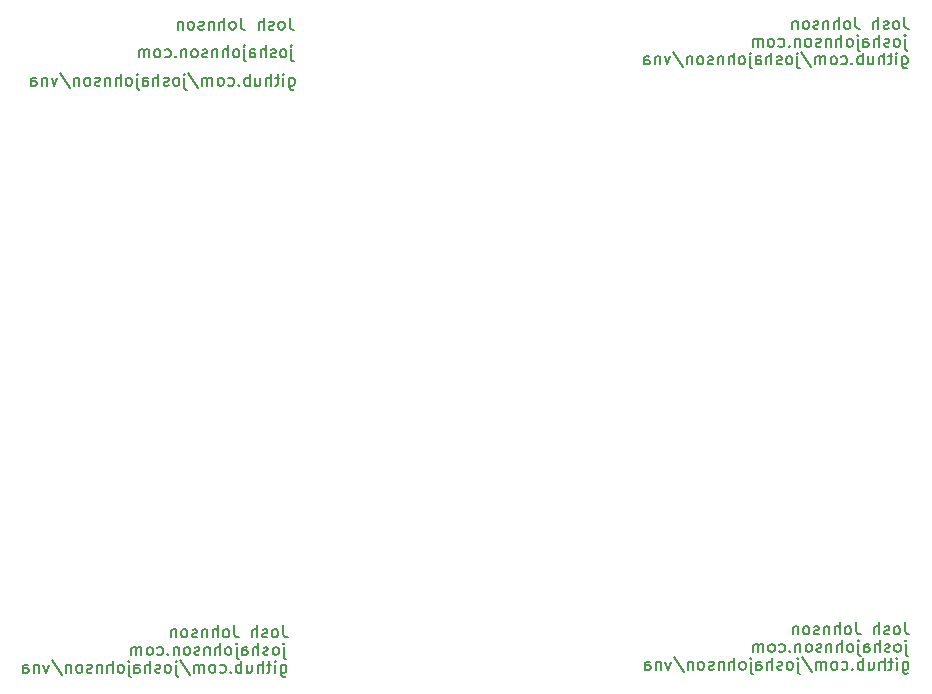
<source format=gbo>
%MOIN*%
%OFA0B0*%
%FSLAX46Y46*%
%IPPOS*%
%LPD*%
%ADD10C,0.005905511811023622*%
%ADD21C,0.005905511811023622*%
%ADD22C,0.005905511811023622*%
%ADD23C,0.005905511811023622*%
G01*
D10*
X0001483876Y0000217097D02*
X0001483876Y0000185226D01*
X0001485751Y0000181477D01*
X0001487626Y0000179602D01*
X0001491376Y0000177727D01*
X0001497000Y0000177727D01*
X0001500749Y0000179602D01*
X0001483876Y0000192725D02*
X0001487626Y0000190851D01*
X0001495125Y0000190851D01*
X0001498875Y0000192725D01*
X0001500749Y0000194600D01*
X0001502624Y0000198350D01*
X0001502624Y0000209598D01*
X0001500749Y0000213348D01*
X0001498875Y0000215223D01*
X0001495125Y0000217097D01*
X0001487626Y0000217097D01*
X0001483876Y0000215223D01*
X0001465129Y0000190851D02*
X0001465129Y0000217097D01*
X0001465129Y0000230221D02*
X0001467004Y0000228346D01*
X0001465129Y0000226471D01*
X0001463254Y0000228346D01*
X0001465129Y0000230221D01*
X0001465129Y0000226471D01*
X0001452005Y0000217097D02*
X0001437007Y0000217097D01*
X0001446381Y0000230221D02*
X0001446381Y0000196475D01*
X0001444506Y0000192725D01*
X0001440757Y0000190851D01*
X0001437007Y0000190851D01*
X0001423884Y0000190851D02*
X0001423884Y0000230221D01*
X0001407011Y0000190851D02*
X0001407011Y0000211473D01*
X0001408886Y0000215223D01*
X0001412635Y0000217097D01*
X0001418260Y0000217097D01*
X0001422009Y0000215223D01*
X0001423884Y0000213348D01*
X0001371391Y0000217097D02*
X0001371391Y0000190851D01*
X0001388263Y0000217097D02*
X0001388263Y0000196475D01*
X0001386389Y0000192725D01*
X0001382639Y0000190851D01*
X0001377015Y0000190851D01*
X0001373265Y0000192725D01*
X0001371391Y0000194600D01*
X0001352643Y0000190851D02*
X0001352643Y0000230221D01*
X0001352643Y0000215223D02*
X0001348893Y0000217097D01*
X0001341394Y0000217097D01*
X0001337645Y0000215223D01*
X0001335770Y0000213348D01*
X0001333895Y0000209598D01*
X0001333895Y0000198350D01*
X0001335770Y0000194600D01*
X0001337645Y0000192725D01*
X0001341394Y0000190851D01*
X0001348893Y0000190851D01*
X0001352643Y0000192725D01*
X0001317022Y0000194600D02*
X0001315148Y0000192725D01*
X0001317022Y0000190851D01*
X0001318897Y0000192725D01*
X0001317022Y0000194600D01*
X0001317022Y0000190851D01*
X0001281402Y0000192725D02*
X0001285151Y0000190851D01*
X0001292650Y0000190851D01*
X0001296400Y0000192725D01*
X0001298275Y0000194600D01*
X0001300149Y0000198350D01*
X0001300149Y0000209598D01*
X0001298275Y0000213348D01*
X0001296400Y0000215223D01*
X0001292650Y0000217097D01*
X0001285151Y0000217097D01*
X0001281402Y0000215223D01*
X0001258905Y0000190851D02*
X0001262654Y0000192725D01*
X0001264529Y0000194600D01*
X0001266404Y0000198350D01*
X0001266404Y0000209598D01*
X0001264529Y0000213348D01*
X0001262654Y0000215223D01*
X0001258905Y0000217097D01*
X0001253280Y0000217097D01*
X0001249531Y0000215223D01*
X0001247656Y0000213348D01*
X0001245781Y0000209598D01*
X0001245781Y0000198350D01*
X0001247656Y0000194600D01*
X0001249531Y0000192725D01*
X0001253280Y0000190851D01*
X0001258905Y0000190851D01*
X0001228908Y0000190851D02*
X0001228908Y0000217097D01*
X0001228908Y0000213348D02*
X0001227034Y0000215223D01*
X0001223284Y0000217097D01*
X0001217660Y0000217097D01*
X0001213910Y0000215223D01*
X0001212035Y0000211473D01*
X0001212035Y0000190851D01*
X0001212035Y0000211473D02*
X0001210161Y0000215223D01*
X0001206411Y0000217097D01*
X0001200787Y0000217097D01*
X0001197037Y0000215223D01*
X0001195163Y0000211473D01*
X0001195163Y0000190851D01*
X0001148293Y0000232096D02*
X0001182039Y0000181477D01*
X0001135170Y0000217097D02*
X0001135170Y0000183352D01*
X0001137045Y0000179602D01*
X0001140794Y0000177727D01*
X0001142669Y0000177727D01*
X0001135170Y0000230221D02*
X0001137045Y0000228346D01*
X0001135170Y0000226471D01*
X0001133295Y0000228346D01*
X0001135170Y0000230221D01*
X0001135170Y0000226471D01*
X0001110798Y0000190851D02*
X0001114548Y0000192725D01*
X0001116422Y0000194600D01*
X0001118297Y0000198350D01*
X0001118297Y0000209598D01*
X0001116422Y0000213348D01*
X0001114548Y0000215223D01*
X0001110798Y0000217097D01*
X0001105174Y0000217097D01*
X0001101424Y0000215223D01*
X0001099550Y0000213348D01*
X0001097675Y0000209598D01*
X0001097675Y0000198350D01*
X0001099550Y0000194600D01*
X0001101424Y0000192725D01*
X0001105174Y0000190851D01*
X0001110798Y0000190851D01*
X0001082677Y0000192725D02*
X0001078927Y0000190851D01*
X0001071428Y0000190851D01*
X0001067678Y0000192725D01*
X0001065804Y0000196475D01*
X0001065804Y0000198350D01*
X0001067678Y0000202099D01*
X0001071428Y0000203974D01*
X0001077052Y0000203974D01*
X0001080802Y0000205849D01*
X0001082677Y0000209598D01*
X0001082677Y0000211473D01*
X0001080802Y0000215223D01*
X0001077052Y0000217097D01*
X0001071428Y0000217097D01*
X0001067678Y0000215223D01*
X0001048931Y0000190851D02*
X0001048931Y0000230221D01*
X0001032058Y0000190851D02*
X0001032058Y0000211473D01*
X0001033933Y0000215223D01*
X0001037682Y0000217097D01*
X0001043307Y0000217097D01*
X0001047056Y0000215223D01*
X0001048931Y0000213348D01*
X0000996437Y0000190851D02*
X0000996437Y0000211473D01*
X0000998312Y0000215223D01*
X0001002062Y0000217097D01*
X0001009561Y0000217097D01*
X0001013310Y0000215223D01*
X0000996437Y0000192725D02*
X0001000187Y0000190851D01*
X0001009561Y0000190851D01*
X0001013310Y0000192725D01*
X0001015185Y0000196475D01*
X0001015185Y0000200224D01*
X0001013310Y0000203974D01*
X0001009561Y0000205849D01*
X0001000187Y0000205849D01*
X0000996437Y0000207724D01*
X0000977690Y0000217097D02*
X0000977690Y0000183352D01*
X0000979565Y0000179602D01*
X0000983314Y0000177727D01*
X0000985189Y0000177727D01*
X0000977690Y0000230221D02*
X0000979565Y0000228346D01*
X0000977690Y0000226471D01*
X0000975815Y0000228346D01*
X0000977690Y0000230221D01*
X0000977690Y0000226471D01*
X0000953318Y0000190851D02*
X0000957067Y0000192725D01*
X0000958942Y0000194600D01*
X0000960817Y0000198350D01*
X0000960817Y0000209598D01*
X0000958942Y0000213348D01*
X0000957067Y0000215223D01*
X0000953318Y0000217097D01*
X0000947693Y0000217097D01*
X0000943944Y0000215223D01*
X0000942069Y0000213348D01*
X0000940194Y0000209598D01*
X0000940194Y0000198350D01*
X0000942069Y0000194600D01*
X0000943944Y0000192725D01*
X0000947693Y0000190851D01*
X0000953318Y0000190851D01*
X0000923322Y0000190851D02*
X0000923322Y0000230221D01*
X0000906449Y0000190851D02*
X0000906449Y0000211473D01*
X0000908323Y0000215223D01*
X0000912073Y0000217097D01*
X0000917697Y0000217097D01*
X0000921447Y0000215223D01*
X0000923322Y0000213348D01*
X0000887701Y0000217097D02*
X0000887701Y0000190851D01*
X0000887701Y0000213348D02*
X0000885826Y0000215223D01*
X0000882077Y0000217097D01*
X0000876452Y0000217097D01*
X0000872703Y0000215223D01*
X0000870828Y0000211473D01*
X0000870828Y0000190851D01*
X0000853955Y0000192725D02*
X0000850206Y0000190851D01*
X0000842707Y0000190851D01*
X0000838957Y0000192725D01*
X0000837082Y0000196475D01*
X0000837082Y0000198350D01*
X0000838957Y0000202099D01*
X0000842707Y0000203974D01*
X0000848331Y0000203974D01*
X0000852080Y0000205849D01*
X0000853955Y0000209598D01*
X0000853955Y0000211473D01*
X0000852080Y0000215223D01*
X0000848331Y0000217097D01*
X0000842707Y0000217097D01*
X0000838957Y0000215223D01*
X0000814585Y0000190851D02*
X0000818335Y0000192725D01*
X0000820209Y0000194600D01*
X0000822084Y0000198350D01*
X0000822084Y0000209598D01*
X0000820209Y0000213348D01*
X0000818335Y0000215223D01*
X0000814585Y0000217097D01*
X0000808961Y0000217097D01*
X0000805211Y0000215223D01*
X0000803337Y0000213348D01*
X0000801462Y0000209598D01*
X0000801462Y0000198350D01*
X0000803337Y0000194600D01*
X0000805211Y0000192725D01*
X0000808961Y0000190851D01*
X0000814585Y0000190851D01*
X0000784589Y0000217097D02*
X0000784589Y0000190851D01*
X0000784589Y0000213348D02*
X0000782714Y0000215223D01*
X0000778965Y0000217097D01*
X0000773340Y0000217097D01*
X0000769591Y0000215223D01*
X0000767716Y0000211473D01*
X0000767716Y0000190851D01*
X0000720847Y0000232096D02*
X0000754593Y0000181477D01*
X0000711473Y0000217097D02*
X0000702099Y0000190851D01*
X0000692725Y0000217097D01*
X0000677727Y0000217097D02*
X0000677727Y0000190851D01*
X0000677727Y0000213348D02*
X0000675852Y0000215223D01*
X0000672103Y0000217097D01*
X0000666479Y0000217097D01*
X0000662729Y0000215223D01*
X0000660854Y0000211473D01*
X0000660854Y0000190851D01*
X0000625234Y0000190851D02*
X0000625234Y0000211473D01*
X0000627109Y0000215223D01*
X0000630858Y0000217097D01*
X0000638357Y0000217097D01*
X0000642107Y0000215223D01*
X0000625234Y0000192725D02*
X0000628983Y0000190851D01*
X0000638357Y0000190851D01*
X0000642107Y0000192725D01*
X0000643981Y0000196475D01*
X0000643981Y0000200224D01*
X0000642107Y0000203974D01*
X0000638357Y0000205849D01*
X0000628983Y0000205849D01*
X0000625234Y0000207724D01*
X0001494188Y0000276152D02*
X0001494188Y0000242407D01*
X0001496062Y0000238657D01*
X0001499812Y0000236782D01*
X0001501687Y0000236782D01*
X0001494188Y0000289276D02*
X0001496062Y0000287401D01*
X0001494188Y0000285526D01*
X0001492313Y0000287401D01*
X0001494188Y0000289276D01*
X0001494188Y0000285526D01*
X0001469816Y0000249906D02*
X0001473565Y0000251781D01*
X0001475440Y0000253655D01*
X0001477315Y0000257405D01*
X0001477315Y0000268653D01*
X0001475440Y0000272403D01*
X0001473565Y0000274278D01*
X0001469816Y0000276152D01*
X0001464191Y0000276152D01*
X0001460442Y0000274278D01*
X0001458567Y0000272403D01*
X0001456692Y0000268653D01*
X0001456692Y0000257405D01*
X0001458567Y0000253655D01*
X0001460442Y0000251781D01*
X0001464191Y0000249906D01*
X0001469816Y0000249906D01*
X0001441694Y0000251781D02*
X0001437945Y0000249906D01*
X0001430446Y0000249906D01*
X0001426696Y0000251781D01*
X0001424821Y0000255530D01*
X0001424821Y0000257405D01*
X0001426696Y0000261154D01*
X0001430446Y0000263029D01*
X0001436070Y0000263029D01*
X0001439819Y0000264904D01*
X0001441694Y0000268653D01*
X0001441694Y0000270528D01*
X0001439819Y0000274278D01*
X0001436070Y0000276152D01*
X0001430446Y0000276152D01*
X0001426696Y0000274278D01*
X0001407948Y0000249906D02*
X0001407948Y0000289276D01*
X0001391076Y0000249906D02*
X0001391076Y0000270528D01*
X0001392950Y0000274278D01*
X0001396700Y0000276152D01*
X0001402324Y0000276152D01*
X0001406074Y0000274278D01*
X0001407948Y0000272403D01*
X0001355455Y0000249906D02*
X0001355455Y0000270528D01*
X0001357330Y0000274278D01*
X0001361079Y0000276152D01*
X0001368578Y0000276152D01*
X0001372328Y0000274278D01*
X0001355455Y0000251781D02*
X0001359205Y0000249906D01*
X0001368578Y0000249906D01*
X0001372328Y0000251781D01*
X0001374203Y0000255530D01*
X0001374203Y0000259280D01*
X0001372328Y0000263029D01*
X0001368578Y0000264904D01*
X0001359205Y0000264904D01*
X0001355455Y0000266779D01*
X0001336707Y0000276152D02*
X0001336707Y0000242407D01*
X0001338582Y0000238657D01*
X0001342332Y0000236782D01*
X0001344206Y0000236782D01*
X0001336707Y0000289276D02*
X0001338582Y0000287401D01*
X0001336707Y0000285526D01*
X0001334833Y0000287401D01*
X0001336707Y0000289276D01*
X0001336707Y0000285526D01*
X0001312335Y0000249906D02*
X0001316085Y0000251781D01*
X0001317960Y0000253655D01*
X0001319835Y0000257405D01*
X0001319835Y0000268653D01*
X0001317960Y0000272403D01*
X0001316085Y0000274278D01*
X0001312335Y0000276152D01*
X0001306711Y0000276152D01*
X0001302962Y0000274278D01*
X0001301087Y0000272403D01*
X0001299212Y0000268653D01*
X0001299212Y0000257405D01*
X0001301087Y0000253655D01*
X0001302962Y0000251781D01*
X0001306711Y0000249906D01*
X0001312335Y0000249906D01*
X0001282339Y0000249906D02*
X0001282339Y0000289276D01*
X0001265466Y0000249906D02*
X0001265466Y0000270528D01*
X0001267341Y0000274278D01*
X0001271091Y0000276152D01*
X0001276715Y0000276152D01*
X0001280464Y0000274278D01*
X0001282339Y0000272403D01*
X0001246719Y0000276152D02*
X0001246719Y0000249906D01*
X0001246719Y0000272403D02*
X0001244844Y0000274278D01*
X0001241094Y0000276152D01*
X0001235470Y0000276152D01*
X0001231721Y0000274278D01*
X0001229846Y0000270528D01*
X0001229846Y0000249906D01*
X0001212973Y0000251781D02*
X0001209223Y0000249906D01*
X0001201724Y0000249906D01*
X0001197975Y0000251781D01*
X0001196100Y0000255530D01*
X0001196100Y0000257405D01*
X0001197975Y0000261154D01*
X0001201724Y0000263029D01*
X0001207349Y0000263029D01*
X0001211098Y0000264904D01*
X0001212973Y0000268653D01*
X0001212973Y0000270528D01*
X0001211098Y0000274278D01*
X0001207349Y0000276152D01*
X0001201724Y0000276152D01*
X0001197975Y0000274278D01*
X0001173603Y0000249906D02*
X0001177352Y0000251781D01*
X0001179227Y0000253655D01*
X0001181102Y0000257405D01*
X0001181102Y0000268653D01*
X0001179227Y0000272403D01*
X0001177352Y0000274278D01*
X0001173603Y0000276152D01*
X0001167978Y0000276152D01*
X0001164229Y0000274278D01*
X0001162354Y0000272403D01*
X0001160479Y0000268653D01*
X0001160479Y0000257405D01*
X0001162354Y0000253655D01*
X0001164229Y0000251781D01*
X0001167978Y0000249906D01*
X0001173603Y0000249906D01*
X0001143607Y0000276152D02*
X0001143607Y0000249906D01*
X0001143607Y0000272403D02*
X0001141732Y0000274278D01*
X0001137982Y0000276152D01*
X0001132358Y0000276152D01*
X0001128608Y0000274278D01*
X0001126734Y0000270528D01*
X0001126734Y0000249906D01*
X0001107986Y0000253655D02*
X0001106111Y0000251781D01*
X0001107986Y0000249906D01*
X0001109861Y0000251781D01*
X0001107986Y0000253655D01*
X0001107986Y0000249906D01*
X0001072365Y0000251781D02*
X0001076115Y0000249906D01*
X0001083614Y0000249906D01*
X0001087364Y0000251781D01*
X0001089238Y0000253655D01*
X0001091113Y0000257405D01*
X0001091113Y0000268653D01*
X0001089238Y0000272403D01*
X0001087364Y0000274278D01*
X0001083614Y0000276152D01*
X0001076115Y0000276152D01*
X0001072365Y0000274278D01*
X0001049868Y0000249906D02*
X0001053618Y0000251781D01*
X0001055493Y0000253655D01*
X0001057367Y0000257405D01*
X0001057367Y0000268653D01*
X0001055493Y0000272403D01*
X0001053618Y0000274278D01*
X0001049868Y0000276152D01*
X0001044244Y0000276152D01*
X0001040494Y0000274278D01*
X0001038620Y0000272403D01*
X0001036745Y0000268653D01*
X0001036745Y0000257405D01*
X0001038620Y0000253655D01*
X0001040494Y0000251781D01*
X0001044244Y0000249906D01*
X0001049868Y0000249906D01*
X0001019872Y0000249906D02*
X0001019872Y0000276152D01*
X0001019872Y0000272403D02*
X0001017997Y0000274278D01*
X0001014248Y0000276152D01*
X0001008623Y0000276152D01*
X0001004874Y0000274278D01*
X0001002999Y0000270528D01*
X0001002999Y0000249906D01*
X0001002999Y0000270528D02*
X0001001124Y0000274278D01*
X0000997375Y0000276152D01*
X0000991750Y0000276152D01*
X0000988001Y0000274278D01*
X0000986126Y0000270528D01*
X0000986126Y0000249906D01*
X0001491938Y0000348331D02*
X0001491938Y0000320210D01*
X0001493813Y0000314585D01*
X0001497562Y0000310836D01*
X0001503187Y0000308961D01*
X0001506936Y0000308961D01*
X0001467566Y0000308961D02*
X0001471316Y0000310836D01*
X0001473190Y0000312710D01*
X0001475065Y0000316460D01*
X0001475065Y0000327709D01*
X0001473190Y0000331458D01*
X0001471316Y0000333333D01*
X0001467566Y0000335208D01*
X0001461942Y0000335208D01*
X0001458192Y0000333333D01*
X0001456317Y0000331458D01*
X0001454443Y0000327709D01*
X0001454443Y0000316460D01*
X0001456317Y0000312710D01*
X0001458192Y0000310836D01*
X0001461942Y0000308961D01*
X0001467566Y0000308961D01*
X0001439445Y0000310836D02*
X0001435695Y0000308961D01*
X0001428196Y0000308961D01*
X0001424446Y0000310836D01*
X0001422572Y0000314585D01*
X0001422572Y0000316460D01*
X0001424446Y0000320210D01*
X0001428196Y0000322084D01*
X0001433820Y0000322084D01*
X0001437570Y0000323959D01*
X0001439445Y0000327709D01*
X0001439445Y0000329583D01*
X0001437570Y0000333333D01*
X0001433820Y0000335208D01*
X0001428196Y0000335208D01*
X0001424446Y0000333333D01*
X0001405699Y0000308961D02*
X0001405699Y0000348331D01*
X0001388826Y0000308961D02*
X0001388826Y0000329583D01*
X0001390701Y0000333333D01*
X0001394450Y0000335208D01*
X0001400074Y0000335208D01*
X0001403824Y0000333333D01*
X0001405699Y0000331458D01*
X0001328833Y0000348331D02*
X0001328833Y0000320210D01*
X0001330708Y0000314585D01*
X0001334458Y0000310836D01*
X0001340082Y0000308961D01*
X0001343831Y0000308961D01*
X0001304461Y0000308961D02*
X0001308211Y0000310836D01*
X0001310086Y0000312710D01*
X0001311960Y0000316460D01*
X0001311960Y0000327709D01*
X0001310086Y0000331458D01*
X0001308211Y0000333333D01*
X0001304461Y0000335208D01*
X0001298837Y0000335208D01*
X0001295088Y0000333333D01*
X0001293213Y0000331458D01*
X0001291338Y0000327709D01*
X0001291338Y0000316460D01*
X0001293213Y0000312710D01*
X0001295088Y0000310836D01*
X0001298837Y0000308961D01*
X0001304461Y0000308961D01*
X0001274465Y0000308961D02*
X0001274465Y0000348331D01*
X0001257592Y0000308961D02*
X0001257592Y0000329583D01*
X0001259467Y0000333333D01*
X0001263217Y0000335208D01*
X0001268841Y0000335208D01*
X0001272590Y0000333333D01*
X0001274465Y0000331458D01*
X0001238845Y0000335208D02*
X0001238845Y0000308961D01*
X0001238845Y0000331458D02*
X0001236970Y0000333333D01*
X0001233220Y0000335208D01*
X0001227596Y0000335208D01*
X0001223846Y0000333333D01*
X0001221972Y0000329583D01*
X0001221972Y0000308961D01*
X0001205099Y0000310836D02*
X0001201349Y0000308961D01*
X0001193850Y0000308961D01*
X0001190101Y0000310836D01*
X0001188226Y0000314585D01*
X0001188226Y0000316460D01*
X0001190101Y0000320210D01*
X0001193850Y0000322084D01*
X0001199475Y0000322084D01*
X0001203224Y0000323959D01*
X0001205099Y0000327709D01*
X0001205099Y0000329583D01*
X0001203224Y0000333333D01*
X0001199475Y0000335208D01*
X0001193850Y0000335208D01*
X0001190101Y0000333333D01*
X0001165729Y0000308961D02*
X0001169478Y0000310836D01*
X0001171353Y0000312710D01*
X0001173228Y0000316460D01*
X0001173228Y0000327709D01*
X0001171353Y0000331458D01*
X0001169478Y0000333333D01*
X0001165729Y0000335208D01*
X0001160104Y0000335208D01*
X0001156355Y0000333333D01*
X0001154480Y0000331458D01*
X0001152605Y0000327709D01*
X0001152605Y0000316460D01*
X0001154480Y0000312710D01*
X0001156355Y0000310836D01*
X0001160104Y0000308961D01*
X0001165729Y0000308961D01*
X0001135733Y0000335208D02*
X0001135733Y0000308961D01*
X0001135733Y0000331458D02*
X0001133858Y0000333333D01*
X0001130108Y0000335208D01*
X0001124484Y0000335208D01*
X0001120734Y0000333333D01*
X0001118860Y0000329583D01*
X0001118860Y0000308961D01*
G04 next file*
G04 #@! TF.GenerationSoftware,KiCad,Pcbnew,(5.0.2)-1*
G04 #@! TF.CreationDate,2019-01-06T12:14:53+11:00*
G04 #@! TF.ProjectId,Filter_Bank_Dev_Rev_0,46696c74-6572-45f4-9261-6e6b5f446576,0*
G04 #@! TF.SameCoordinates,Original*
G04 #@! TF.FileFunction,Legend,Bot*
G04 #@! TF.FilePolarity,Positive*
G04 Gerber Fmt 4.6, Leading zero omitted, Abs format (unit mm)*
G04 Created by KiCad (PCBNEW (5.0.2)-1) date 6/01/2019 12:14:53*
G01*
G04 APERTURE LIST*
G04 APERTURE END LIST*
G04 #@! TO.C,REF\002A\002A*
D21*
X0003556711Y0000226940D02*
X0003556711Y0000195069D01*
X0003558586Y0000191319D01*
X0003560461Y0000189445D01*
X0003564210Y0000187570D01*
X0003569835Y0000187570D01*
X0003573584Y0000189445D01*
X0003556711Y0000202568D02*
X0003560461Y0000200693D01*
X0003567960Y0000200693D01*
X0003571709Y0000202568D01*
X0003573584Y0000204443D01*
X0003575459Y0000208192D01*
X0003575459Y0000219441D01*
X0003573584Y0000223190D01*
X0003571709Y0000225065D01*
X0003567960Y0000226940D01*
X0003560461Y0000226940D01*
X0003556711Y0000225065D01*
X0003537963Y0000200693D02*
X0003537963Y0000226940D01*
X0003537963Y0000240063D02*
X0003539838Y0000238188D01*
X0003537963Y0000236314D01*
X0003536089Y0000238188D01*
X0003537963Y0000240063D01*
X0003537963Y0000236314D01*
X0003524840Y0000226940D02*
X0003509842Y0000226940D01*
X0003519216Y0000240063D02*
X0003519216Y0000206317D01*
X0003517341Y0000202568D01*
X0003513592Y0000200693D01*
X0003509842Y0000200693D01*
X0003496719Y0000200693D02*
X0003496719Y0000240063D01*
X0003479846Y0000200693D02*
X0003479846Y0000221316D01*
X0003481720Y0000225065D01*
X0003485470Y0000226940D01*
X0003491094Y0000226940D01*
X0003494844Y0000225065D01*
X0003496719Y0000223190D01*
X0003444225Y0000226940D02*
X0003444225Y0000200693D01*
X0003461098Y0000226940D02*
X0003461098Y0000206317D01*
X0003459223Y0000202568D01*
X0003455474Y0000200693D01*
X0003449850Y0000200693D01*
X0003446100Y0000202568D01*
X0003444225Y0000204443D01*
X0003425477Y0000200693D02*
X0003425477Y0000240063D01*
X0003425477Y0000225065D02*
X0003421728Y0000226940D01*
X0003414229Y0000226940D01*
X0003410479Y0000225065D01*
X0003408605Y0000223190D01*
X0003406730Y0000219441D01*
X0003406730Y0000208192D01*
X0003408605Y0000204443D01*
X0003410479Y0000202568D01*
X0003414229Y0000200693D01*
X0003421728Y0000200693D01*
X0003425477Y0000202568D01*
X0003389857Y0000204443D02*
X0003387982Y0000202568D01*
X0003389857Y0000200693D01*
X0003391732Y0000202568D01*
X0003389857Y0000204443D01*
X0003389857Y0000200693D01*
X0003354236Y0000202568D02*
X0003357986Y0000200693D01*
X0003365485Y0000200693D01*
X0003369235Y0000202568D01*
X0003371109Y0000204443D01*
X0003372984Y0000208192D01*
X0003372984Y0000219441D01*
X0003371109Y0000223190D01*
X0003369235Y0000225065D01*
X0003365485Y0000226940D01*
X0003357986Y0000226940D01*
X0003354236Y0000225065D01*
X0003331739Y0000200693D02*
X0003335489Y0000202568D01*
X0003337364Y0000204443D01*
X0003339238Y0000208192D01*
X0003339238Y0000219441D01*
X0003337364Y0000223190D01*
X0003335489Y0000225065D01*
X0003331739Y0000226940D01*
X0003326115Y0000226940D01*
X0003322365Y0000225065D01*
X0003320491Y0000223190D01*
X0003318616Y0000219441D01*
X0003318616Y0000208192D01*
X0003320491Y0000204443D01*
X0003322365Y0000202568D01*
X0003326115Y0000200693D01*
X0003331739Y0000200693D01*
X0003301743Y0000200693D02*
X0003301743Y0000226940D01*
X0003301743Y0000223190D02*
X0003299868Y0000225065D01*
X0003296119Y0000226940D01*
X0003290494Y0000226940D01*
X0003286745Y0000225065D01*
X0003284870Y0000221316D01*
X0003284870Y0000200693D01*
X0003284870Y0000221316D02*
X0003282995Y0000225065D01*
X0003279246Y0000226940D01*
X0003273622Y0000226940D01*
X0003269872Y0000225065D01*
X0003267997Y0000221316D01*
X0003267997Y0000200693D01*
X0003221128Y0000241938D02*
X0003254874Y0000191319D01*
X0003208005Y0000226940D02*
X0003208005Y0000193194D01*
X0003209880Y0000189445D01*
X0003213629Y0000187570D01*
X0003215504Y0000187570D01*
X0003208005Y0000240063D02*
X0003209880Y0000238188D01*
X0003208005Y0000236314D01*
X0003206130Y0000238188D01*
X0003208005Y0000240063D01*
X0003208005Y0000236314D01*
X0003183633Y0000200693D02*
X0003187382Y0000202568D01*
X0003189257Y0000204443D01*
X0003191132Y0000208192D01*
X0003191132Y0000219441D01*
X0003189257Y0000223190D01*
X0003187382Y0000225065D01*
X0003183633Y0000226940D01*
X0003178008Y0000226940D01*
X0003174259Y0000225065D01*
X0003172384Y0000223190D01*
X0003170509Y0000219441D01*
X0003170509Y0000208192D01*
X0003172384Y0000204443D01*
X0003174259Y0000202568D01*
X0003178008Y0000200693D01*
X0003183633Y0000200693D01*
X0003155511Y0000202568D02*
X0003151762Y0000200693D01*
X0003144263Y0000200693D01*
X0003140513Y0000202568D01*
X0003138638Y0000206317D01*
X0003138638Y0000208192D01*
X0003140513Y0000211942D01*
X0003144263Y0000213817D01*
X0003149887Y0000213817D01*
X0003153637Y0000215691D01*
X0003155511Y0000219441D01*
X0003155511Y0000221316D01*
X0003153637Y0000225065D01*
X0003149887Y0000226940D01*
X0003144263Y0000226940D01*
X0003140513Y0000225065D01*
X0003121766Y0000200693D02*
X0003121766Y0000240063D01*
X0003104893Y0000200693D02*
X0003104893Y0000221316D01*
X0003106767Y0000225065D01*
X0003110517Y0000226940D01*
X0003116141Y0000226940D01*
X0003119891Y0000225065D01*
X0003121766Y0000223190D01*
X0003069272Y0000200693D02*
X0003069272Y0000221316D01*
X0003071147Y0000225065D01*
X0003074896Y0000226940D01*
X0003082395Y0000226940D01*
X0003086145Y0000225065D01*
X0003069272Y0000202568D02*
X0003073022Y0000200693D01*
X0003082395Y0000200693D01*
X0003086145Y0000202568D01*
X0003088020Y0000206317D01*
X0003088020Y0000210067D01*
X0003086145Y0000213817D01*
X0003082395Y0000215691D01*
X0003073022Y0000215691D01*
X0003069272Y0000217566D01*
X0003050524Y0000226940D02*
X0003050524Y0000193194D01*
X0003052399Y0000189445D01*
X0003056149Y0000187570D01*
X0003058023Y0000187570D01*
X0003050524Y0000240063D02*
X0003052399Y0000238188D01*
X0003050524Y0000236314D01*
X0003048650Y0000238188D01*
X0003050524Y0000240063D01*
X0003050524Y0000236314D01*
X0003026152Y0000200693D02*
X0003029902Y0000202568D01*
X0003031777Y0000204443D01*
X0003033652Y0000208192D01*
X0003033652Y0000219441D01*
X0003031777Y0000223190D01*
X0003029902Y0000225065D01*
X0003026152Y0000226940D01*
X0003020528Y0000226940D01*
X0003016779Y0000225065D01*
X0003014904Y0000223190D01*
X0003013029Y0000219441D01*
X0003013029Y0000208192D01*
X0003014904Y0000204443D01*
X0003016779Y0000202568D01*
X0003020528Y0000200693D01*
X0003026152Y0000200693D01*
X0002996156Y0000200693D02*
X0002996156Y0000240063D01*
X0002979283Y0000200693D02*
X0002979283Y0000221316D01*
X0002981158Y0000225065D01*
X0002984908Y0000226940D01*
X0002990532Y0000226940D01*
X0002994281Y0000225065D01*
X0002996156Y0000223190D01*
X0002960536Y0000226940D02*
X0002960536Y0000200693D01*
X0002960536Y0000223190D02*
X0002958661Y0000225065D01*
X0002954911Y0000226940D01*
X0002949287Y0000226940D01*
X0002945538Y0000225065D01*
X0002943663Y0000221316D01*
X0002943663Y0000200693D01*
X0002926790Y0000202568D02*
X0002923040Y0000200693D01*
X0002915541Y0000200693D01*
X0002911792Y0000202568D01*
X0002909917Y0000206317D01*
X0002909917Y0000208192D01*
X0002911792Y0000211942D01*
X0002915541Y0000213817D01*
X0002921166Y0000213817D01*
X0002924915Y0000215691D01*
X0002926790Y0000219441D01*
X0002926790Y0000221316D01*
X0002924915Y0000225065D01*
X0002921166Y0000226940D01*
X0002915541Y0000226940D01*
X0002911792Y0000225065D01*
X0002887420Y0000200693D02*
X0002891169Y0000202568D01*
X0002893044Y0000204443D01*
X0002894919Y0000208192D01*
X0002894919Y0000219441D01*
X0002893044Y0000223190D01*
X0002891169Y0000225065D01*
X0002887420Y0000226940D01*
X0002881796Y0000226940D01*
X0002878046Y0000225065D01*
X0002876171Y0000223190D01*
X0002874296Y0000219441D01*
X0002874296Y0000208192D01*
X0002876171Y0000204443D01*
X0002878046Y0000202568D01*
X0002881796Y0000200693D01*
X0002887420Y0000200693D01*
X0002857424Y0000226940D02*
X0002857424Y0000200693D01*
X0002857424Y0000223190D02*
X0002855549Y0000225065D01*
X0002851799Y0000226940D01*
X0002846175Y0000226940D01*
X0002842425Y0000225065D01*
X0002840551Y0000221316D01*
X0002840551Y0000200693D01*
X0002793682Y0000241938D02*
X0002827427Y0000191319D01*
X0002784308Y0000226940D02*
X0002774934Y0000200693D01*
X0002765560Y0000226940D01*
X0002750562Y0000226940D02*
X0002750562Y0000200693D01*
X0002750562Y0000223190D02*
X0002748687Y0000225065D01*
X0002744938Y0000226940D01*
X0002739313Y0000226940D01*
X0002735564Y0000225065D01*
X0002733689Y0000221316D01*
X0002733689Y0000200693D01*
X0002698068Y0000200693D02*
X0002698068Y0000221316D01*
X0002699943Y0000225065D01*
X0002703693Y0000226940D01*
X0002711192Y0000226940D01*
X0002714941Y0000225065D01*
X0002698068Y0000202568D02*
X0002701818Y0000200693D01*
X0002711192Y0000200693D01*
X0002714941Y0000202568D01*
X0002716816Y0000206317D01*
X0002716816Y0000210067D01*
X0002714941Y0000213817D01*
X0002711192Y0000215691D01*
X0002701818Y0000215691D01*
X0002698068Y0000217566D01*
X0003567022Y0000285995D02*
X0003567022Y0000252249D01*
X0003568897Y0000248500D01*
X0003572647Y0000246625D01*
X0003574521Y0000246625D01*
X0003567022Y0000299118D02*
X0003568897Y0000297244D01*
X0003567022Y0000295369D01*
X0003565148Y0000297244D01*
X0003567022Y0000299118D01*
X0003567022Y0000295369D01*
X0003542650Y0000259748D02*
X0003546400Y0000261623D01*
X0003548275Y0000263498D01*
X0003550149Y0000267247D01*
X0003550149Y0000278496D01*
X0003548275Y0000282245D01*
X0003546400Y0000284120D01*
X0003542650Y0000285995D01*
X0003537026Y0000285995D01*
X0003533277Y0000284120D01*
X0003531402Y0000282245D01*
X0003529527Y0000278496D01*
X0003529527Y0000267247D01*
X0003531402Y0000263498D01*
X0003533277Y0000261623D01*
X0003537026Y0000259748D01*
X0003542650Y0000259748D01*
X0003514529Y0000261623D02*
X0003510779Y0000259748D01*
X0003503280Y0000259748D01*
X0003499531Y0000261623D01*
X0003497656Y0000265373D01*
X0003497656Y0000267247D01*
X0003499531Y0000270997D01*
X0003503280Y0000272872D01*
X0003508905Y0000272872D01*
X0003512654Y0000274746D01*
X0003514529Y0000278496D01*
X0003514529Y0000280371D01*
X0003512654Y0000284120D01*
X0003508905Y0000285995D01*
X0003503280Y0000285995D01*
X0003499531Y0000284120D01*
X0003480783Y0000259748D02*
X0003480783Y0000299118D01*
X0003463910Y0000259748D02*
X0003463910Y0000280371D01*
X0003465785Y0000284120D01*
X0003469535Y0000285995D01*
X0003475159Y0000285995D01*
X0003478908Y0000284120D01*
X0003480783Y0000282245D01*
X0003428290Y0000259748D02*
X0003428290Y0000280371D01*
X0003430164Y0000284120D01*
X0003433914Y0000285995D01*
X0003441413Y0000285995D01*
X0003445163Y0000284120D01*
X0003428290Y0000261623D02*
X0003432039Y0000259748D01*
X0003441413Y0000259748D01*
X0003445163Y0000261623D01*
X0003447037Y0000265373D01*
X0003447037Y0000269122D01*
X0003445163Y0000272872D01*
X0003441413Y0000274746D01*
X0003432039Y0000274746D01*
X0003428290Y0000276621D01*
X0003409542Y0000285995D02*
X0003409542Y0000252249D01*
X0003411417Y0000248500D01*
X0003415166Y0000246625D01*
X0003417041Y0000246625D01*
X0003409542Y0000299118D02*
X0003411417Y0000297244D01*
X0003409542Y0000295369D01*
X0003407667Y0000297244D01*
X0003409542Y0000299118D01*
X0003409542Y0000295369D01*
X0003385170Y0000259748D02*
X0003388920Y0000261623D01*
X0003390794Y0000263498D01*
X0003392669Y0000267247D01*
X0003392669Y0000278496D01*
X0003390794Y0000282245D01*
X0003388920Y0000284120D01*
X0003385170Y0000285995D01*
X0003379546Y0000285995D01*
X0003375796Y0000284120D01*
X0003373922Y0000282245D01*
X0003372047Y0000278496D01*
X0003372047Y0000267247D01*
X0003373922Y0000263498D01*
X0003375796Y0000261623D01*
X0003379546Y0000259748D01*
X0003385170Y0000259748D01*
X0003355174Y0000259748D02*
X0003355174Y0000299118D01*
X0003338301Y0000259748D02*
X0003338301Y0000280371D01*
X0003340176Y0000284120D01*
X0003343925Y0000285995D01*
X0003349550Y0000285995D01*
X0003353299Y0000284120D01*
X0003355174Y0000282245D01*
X0003319553Y0000285995D02*
X0003319553Y0000259748D01*
X0003319553Y0000282245D02*
X0003317679Y0000284120D01*
X0003313929Y0000285995D01*
X0003308305Y0000285995D01*
X0003304555Y0000284120D01*
X0003302680Y0000280371D01*
X0003302680Y0000259748D01*
X0003285807Y0000261623D02*
X0003282058Y0000259748D01*
X0003274559Y0000259748D01*
X0003270809Y0000261623D01*
X0003268935Y0000265373D01*
X0003268935Y0000267247D01*
X0003270809Y0000270997D01*
X0003274559Y0000272872D01*
X0003280183Y0000272872D01*
X0003283933Y0000274746D01*
X0003285807Y0000278496D01*
X0003285807Y0000280371D01*
X0003283933Y0000284120D01*
X0003280183Y0000285995D01*
X0003274559Y0000285995D01*
X0003270809Y0000284120D01*
X0003246437Y0000259748D02*
X0003250187Y0000261623D01*
X0003252062Y0000263498D01*
X0003253937Y0000267247D01*
X0003253937Y0000278496D01*
X0003252062Y0000282245D01*
X0003250187Y0000284120D01*
X0003246437Y0000285995D01*
X0003240813Y0000285995D01*
X0003237064Y0000284120D01*
X0003235189Y0000282245D01*
X0003233314Y0000278496D01*
X0003233314Y0000267247D01*
X0003235189Y0000263498D01*
X0003237064Y0000261623D01*
X0003240813Y0000259748D01*
X0003246437Y0000259748D01*
X0003216441Y0000285995D02*
X0003216441Y0000259748D01*
X0003216441Y0000282245D02*
X0003214566Y0000284120D01*
X0003210817Y0000285995D01*
X0003205193Y0000285995D01*
X0003201443Y0000284120D01*
X0003199568Y0000280371D01*
X0003199568Y0000259748D01*
X0003180821Y0000263498D02*
X0003178946Y0000261623D01*
X0003180821Y0000259748D01*
X0003182695Y0000261623D01*
X0003180821Y0000263498D01*
X0003180821Y0000259748D01*
X0003145200Y0000261623D02*
X0003148950Y0000259748D01*
X0003156449Y0000259748D01*
X0003160198Y0000261623D01*
X0003162073Y0000263498D01*
X0003163948Y0000267247D01*
X0003163948Y0000278496D01*
X0003162073Y0000282245D01*
X0003160198Y0000284120D01*
X0003156449Y0000285995D01*
X0003148950Y0000285995D01*
X0003145200Y0000284120D01*
X0003122703Y0000259748D02*
X0003126452Y0000261623D01*
X0003128327Y0000263498D01*
X0003130202Y0000267247D01*
X0003130202Y0000278496D01*
X0003128327Y0000282245D01*
X0003126452Y0000284120D01*
X0003122703Y0000285995D01*
X0003117079Y0000285995D01*
X0003113329Y0000284120D01*
X0003111454Y0000282245D01*
X0003109580Y0000278496D01*
X0003109580Y0000267247D01*
X0003111454Y0000263498D01*
X0003113329Y0000261623D01*
X0003117079Y0000259748D01*
X0003122703Y0000259748D01*
X0003092707Y0000259748D02*
X0003092707Y0000285995D01*
X0003092707Y0000282245D02*
X0003090832Y0000284120D01*
X0003087082Y0000285995D01*
X0003081458Y0000285995D01*
X0003077709Y0000284120D01*
X0003075834Y0000280371D01*
X0003075834Y0000259748D01*
X0003075834Y0000280371D02*
X0003073959Y0000284120D01*
X0003070209Y0000285995D01*
X0003064585Y0000285995D01*
X0003060836Y0000284120D01*
X0003058961Y0000280371D01*
X0003058961Y0000259748D01*
X0003564773Y0000358174D02*
X0003564773Y0000330052D01*
X0003566647Y0000324428D01*
X0003570397Y0000320678D01*
X0003576021Y0000318803D01*
X0003579771Y0000318803D01*
X0003540401Y0000318803D02*
X0003544150Y0000320678D01*
X0003546025Y0000322553D01*
X0003547900Y0000326302D01*
X0003547900Y0000337551D01*
X0003546025Y0000341301D01*
X0003544150Y0000343175D01*
X0003540401Y0000345050D01*
X0003534776Y0000345050D01*
X0003531027Y0000343175D01*
X0003529152Y0000341301D01*
X0003527277Y0000337551D01*
X0003527277Y0000326302D01*
X0003529152Y0000322553D01*
X0003531027Y0000320678D01*
X0003534776Y0000318803D01*
X0003540401Y0000318803D01*
X0003512279Y0000320678D02*
X0003508530Y0000318803D01*
X0003501031Y0000318803D01*
X0003497281Y0000320678D01*
X0003495406Y0000324428D01*
X0003495406Y0000326302D01*
X0003497281Y0000330052D01*
X0003501031Y0000331927D01*
X0003506655Y0000331927D01*
X0003510404Y0000333802D01*
X0003512279Y0000337551D01*
X0003512279Y0000339426D01*
X0003510404Y0000343175D01*
X0003506655Y0000345050D01*
X0003501031Y0000345050D01*
X0003497281Y0000343175D01*
X0003478533Y0000318803D02*
X0003478533Y0000358174D01*
X0003461660Y0000318803D02*
X0003461660Y0000339426D01*
X0003463535Y0000343175D01*
X0003467285Y0000345050D01*
X0003472909Y0000345050D01*
X0003476659Y0000343175D01*
X0003478533Y0000341301D01*
X0003401668Y0000358174D02*
X0003401668Y0000330052D01*
X0003403543Y0000324428D01*
X0003407292Y0000320678D01*
X0003412917Y0000318803D01*
X0003416666Y0000318803D01*
X0003377296Y0000318803D02*
X0003381046Y0000320678D01*
X0003382920Y0000322553D01*
X0003384795Y0000326302D01*
X0003384795Y0000337551D01*
X0003382920Y0000341301D01*
X0003381046Y0000343175D01*
X0003377296Y0000345050D01*
X0003371672Y0000345050D01*
X0003367922Y0000343175D01*
X0003366047Y0000341301D01*
X0003364173Y0000337551D01*
X0003364173Y0000326302D01*
X0003366047Y0000322553D01*
X0003367922Y0000320678D01*
X0003371672Y0000318803D01*
X0003377296Y0000318803D01*
X0003347300Y0000318803D02*
X0003347300Y0000358174D01*
X0003330427Y0000318803D02*
X0003330427Y0000339426D01*
X0003332302Y0000343175D01*
X0003336051Y0000345050D01*
X0003341676Y0000345050D01*
X0003345425Y0000343175D01*
X0003347300Y0000341301D01*
X0003311679Y0000345050D02*
X0003311679Y0000318803D01*
X0003311679Y0000341301D02*
X0003309805Y0000343175D01*
X0003306055Y0000345050D01*
X0003300431Y0000345050D01*
X0003296681Y0000343175D01*
X0003294806Y0000339426D01*
X0003294806Y0000318803D01*
X0003277933Y0000320678D02*
X0003274184Y0000318803D01*
X0003266685Y0000318803D01*
X0003262935Y0000320678D01*
X0003261061Y0000324428D01*
X0003261061Y0000326302D01*
X0003262935Y0000330052D01*
X0003266685Y0000331927D01*
X0003272309Y0000331927D01*
X0003276059Y0000333802D01*
X0003277933Y0000337551D01*
X0003277933Y0000339426D01*
X0003276059Y0000343175D01*
X0003272309Y0000345050D01*
X0003266685Y0000345050D01*
X0003262935Y0000343175D01*
X0003238563Y0000318803D02*
X0003242313Y0000320678D01*
X0003244188Y0000322553D01*
X0003246062Y0000326302D01*
X0003246062Y0000337551D01*
X0003244188Y0000341301D01*
X0003242313Y0000343175D01*
X0003238563Y0000345050D01*
X0003232939Y0000345050D01*
X0003229190Y0000343175D01*
X0003227315Y0000341301D01*
X0003225440Y0000337551D01*
X0003225440Y0000326302D01*
X0003227315Y0000322553D01*
X0003229190Y0000320678D01*
X0003232939Y0000318803D01*
X0003238563Y0000318803D01*
X0003208567Y0000345050D02*
X0003208567Y0000318803D01*
X0003208567Y0000341301D02*
X0003206692Y0000343175D01*
X0003202943Y0000345050D01*
X0003197319Y0000345050D01*
X0003193569Y0000343175D01*
X0003191694Y0000339426D01*
X0003191694Y0000318803D01*
G04 #@! TD*
G04 next file*
G04 #@! TF.GenerationSoftware,KiCad,Pcbnew,(5.0.2)-1*
G04 #@! TF.CreationDate,2019-01-06T11:55:21+11:00*
G04 #@! TF.ProjectId,Gain_Block_Dev_Rev_0,4761696e-5f42-46c6-9f63-6b5f4465765f,rev?*
G04 #@! TF.SameCoordinates,Original*
G04 #@! TF.FileFunction,Legend,Bot*
G04 #@! TF.FilePolarity,Positive*
G04 Gerber Fmt 4.6, Leading zero omitted, Abs format (unit mm)*
G04 Created by KiCad (PCBNEW (5.0.2)-1) date 6/01/2019 11:55:21*
G01*
G04 APERTURE LIST*
G04 APERTURE END LIST*
G04 #@! TO.C,REF\002A\002A*
D22*
X0003554743Y0002244656D02*
X0003554743Y0002212785D01*
X0003556617Y0002209036D01*
X0003558492Y0002207161D01*
X0003562242Y0002205286D01*
X0003567866Y0002205286D01*
X0003571615Y0002207161D01*
X0003554743Y0002220285D02*
X0003558492Y0002218410D01*
X0003565991Y0002218410D01*
X0003569741Y0002220285D01*
X0003571615Y0002222159D01*
X0003573490Y0002225909D01*
X0003573490Y0002237157D01*
X0003571615Y0002240907D01*
X0003569741Y0002242782D01*
X0003565991Y0002244656D01*
X0003558492Y0002244656D01*
X0003554743Y0002242782D01*
X0003535995Y0002218410D02*
X0003535995Y0002244656D01*
X0003535995Y0002257780D02*
X0003537870Y0002255905D01*
X0003535995Y0002254030D01*
X0003534120Y0002255905D01*
X0003535995Y0002257780D01*
X0003535995Y0002254030D01*
X0003522872Y0002244656D02*
X0003507874Y0002244656D01*
X0003517247Y0002257780D02*
X0003517247Y0002224034D01*
X0003515373Y0002220285D01*
X0003511623Y0002218410D01*
X0003507874Y0002218410D01*
X0003494750Y0002218410D02*
X0003494750Y0002257780D01*
X0003477877Y0002218410D02*
X0003477877Y0002239032D01*
X0003479752Y0002242782D01*
X0003483502Y0002244656D01*
X0003489126Y0002244656D01*
X0003492875Y0002242782D01*
X0003494750Y0002240907D01*
X0003442257Y0002244656D02*
X0003442257Y0002218410D01*
X0003459130Y0002244656D02*
X0003459130Y0002224034D01*
X0003457255Y0002220285D01*
X0003453505Y0002218410D01*
X0003447881Y0002218410D01*
X0003444131Y0002220285D01*
X0003442257Y0002222159D01*
X0003423509Y0002218410D02*
X0003423509Y0002257780D01*
X0003423509Y0002242782D02*
X0003419760Y0002244656D01*
X0003412260Y0002244656D01*
X0003408511Y0002242782D01*
X0003406636Y0002240907D01*
X0003404761Y0002237157D01*
X0003404761Y0002225909D01*
X0003406636Y0002222159D01*
X0003408511Y0002220285D01*
X0003412260Y0002218410D01*
X0003419760Y0002218410D01*
X0003423509Y0002220285D01*
X0003387888Y0002222159D02*
X0003386014Y0002220285D01*
X0003387888Y0002218410D01*
X0003389763Y0002220285D01*
X0003387888Y0002222159D01*
X0003387888Y0002218410D01*
X0003352268Y0002220285D02*
X0003356017Y0002218410D01*
X0003363517Y0002218410D01*
X0003367266Y0002220285D01*
X0003369141Y0002222159D01*
X0003371016Y0002225909D01*
X0003371016Y0002237157D01*
X0003369141Y0002240907D01*
X0003367266Y0002242782D01*
X0003363517Y0002244656D01*
X0003356017Y0002244656D01*
X0003352268Y0002242782D01*
X0003329771Y0002218410D02*
X0003333520Y0002220285D01*
X0003335395Y0002222159D01*
X0003337270Y0002225909D01*
X0003337270Y0002237157D01*
X0003335395Y0002240907D01*
X0003333520Y0002242782D01*
X0003329771Y0002244656D01*
X0003324146Y0002244656D01*
X0003320397Y0002242782D01*
X0003318522Y0002240907D01*
X0003316647Y0002237157D01*
X0003316647Y0002225909D01*
X0003318522Y0002222159D01*
X0003320397Y0002220285D01*
X0003324146Y0002218410D01*
X0003329771Y0002218410D01*
X0003299775Y0002218410D02*
X0003299775Y0002244656D01*
X0003299775Y0002240907D02*
X0003297900Y0002242782D01*
X0003294150Y0002244656D01*
X0003288526Y0002244656D01*
X0003284776Y0002242782D01*
X0003282902Y0002239032D01*
X0003282902Y0002218410D01*
X0003282902Y0002239032D02*
X0003281027Y0002242782D01*
X0003277277Y0002244656D01*
X0003271653Y0002244656D01*
X0003267903Y0002242782D01*
X0003266029Y0002239032D01*
X0003266029Y0002218410D01*
X0003219160Y0002259655D02*
X0003252905Y0002209036D01*
X0003206036Y0002244656D02*
X0003206036Y0002210911D01*
X0003207911Y0002207161D01*
X0003211661Y0002205286D01*
X0003213535Y0002205286D01*
X0003206036Y0002257780D02*
X0003207911Y0002255905D01*
X0003206036Y0002254030D01*
X0003204161Y0002255905D01*
X0003206036Y0002257780D01*
X0003206036Y0002254030D01*
X0003181664Y0002218410D02*
X0003185414Y0002220285D01*
X0003187289Y0002222159D01*
X0003189163Y0002225909D01*
X0003189163Y0002237157D01*
X0003187289Y0002240907D01*
X0003185414Y0002242782D01*
X0003181664Y0002244656D01*
X0003176040Y0002244656D01*
X0003172290Y0002242782D01*
X0003170416Y0002240907D01*
X0003168541Y0002237157D01*
X0003168541Y0002225909D01*
X0003170416Y0002222159D01*
X0003172290Y0002220285D01*
X0003176040Y0002218410D01*
X0003181664Y0002218410D01*
X0003153543Y0002220285D02*
X0003149793Y0002218410D01*
X0003142294Y0002218410D01*
X0003138545Y0002220285D01*
X0003136670Y0002224034D01*
X0003136670Y0002225909D01*
X0003138545Y0002229658D01*
X0003142294Y0002231533D01*
X0003147918Y0002231533D01*
X0003151668Y0002233408D01*
X0003153543Y0002237157D01*
X0003153543Y0002239032D01*
X0003151668Y0002242782D01*
X0003147918Y0002244656D01*
X0003142294Y0002244656D01*
X0003138545Y0002242782D01*
X0003119797Y0002218410D02*
X0003119797Y0002257780D01*
X0003102924Y0002218410D02*
X0003102924Y0002239032D01*
X0003104799Y0002242782D01*
X0003108548Y0002244656D01*
X0003114173Y0002244656D01*
X0003117922Y0002242782D01*
X0003119797Y0002240907D01*
X0003067304Y0002218410D02*
X0003067304Y0002239032D01*
X0003069178Y0002242782D01*
X0003072928Y0002244656D01*
X0003080427Y0002244656D01*
X0003084176Y0002242782D01*
X0003067304Y0002220285D02*
X0003071053Y0002218410D01*
X0003080427Y0002218410D01*
X0003084176Y0002220285D01*
X0003086051Y0002224034D01*
X0003086051Y0002227784D01*
X0003084176Y0002231533D01*
X0003080427Y0002233408D01*
X0003071053Y0002233408D01*
X0003067304Y0002235283D01*
X0003048556Y0002244656D02*
X0003048556Y0002210911D01*
X0003050431Y0002207161D01*
X0003054180Y0002205286D01*
X0003056055Y0002205286D01*
X0003048556Y0002257780D02*
X0003050431Y0002255905D01*
X0003048556Y0002254030D01*
X0003046681Y0002255905D01*
X0003048556Y0002257780D01*
X0003048556Y0002254030D01*
X0003024184Y0002218410D02*
X0003027933Y0002220285D01*
X0003029808Y0002222159D01*
X0003031683Y0002225909D01*
X0003031683Y0002237157D01*
X0003029808Y0002240907D01*
X0003027933Y0002242782D01*
X0003024184Y0002244656D01*
X0003018560Y0002244656D01*
X0003014810Y0002242782D01*
X0003012935Y0002240907D01*
X0003011061Y0002237157D01*
X0003011061Y0002225909D01*
X0003012935Y0002222159D01*
X0003014810Y0002220285D01*
X0003018560Y0002218410D01*
X0003024184Y0002218410D01*
X0002994188Y0002218410D02*
X0002994188Y0002257780D01*
X0002977315Y0002218410D02*
X0002977315Y0002239032D01*
X0002979190Y0002242782D01*
X0002982939Y0002244656D01*
X0002988563Y0002244656D01*
X0002992313Y0002242782D01*
X0002994188Y0002240907D01*
X0002958567Y0002244656D02*
X0002958567Y0002218410D01*
X0002958567Y0002240907D02*
X0002956692Y0002242782D01*
X0002952943Y0002244656D01*
X0002947319Y0002244656D01*
X0002943569Y0002242782D01*
X0002941694Y0002239032D01*
X0002941694Y0002218410D01*
X0002924821Y0002220285D02*
X0002921072Y0002218410D01*
X0002913573Y0002218410D01*
X0002909823Y0002220285D01*
X0002907948Y0002224034D01*
X0002907948Y0002225909D01*
X0002909823Y0002229658D01*
X0002913573Y0002231533D01*
X0002919197Y0002231533D01*
X0002922947Y0002233408D01*
X0002924821Y0002237157D01*
X0002924821Y0002239032D01*
X0002922947Y0002242782D01*
X0002919197Y0002244656D01*
X0002913573Y0002244656D01*
X0002909823Y0002242782D01*
X0002885451Y0002218410D02*
X0002889201Y0002220285D01*
X0002891076Y0002222159D01*
X0002892950Y0002225909D01*
X0002892950Y0002237157D01*
X0002891076Y0002240907D01*
X0002889201Y0002242782D01*
X0002885451Y0002244656D01*
X0002879827Y0002244656D01*
X0002876077Y0002242782D01*
X0002874203Y0002240907D01*
X0002872328Y0002237157D01*
X0002872328Y0002225909D01*
X0002874203Y0002222159D01*
X0002876077Y0002220285D01*
X0002879827Y0002218410D01*
X0002885451Y0002218410D01*
X0002855455Y0002244656D02*
X0002855455Y0002218410D01*
X0002855455Y0002240907D02*
X0002853580Y0002242782D01*
X0002849831Y0002244656D01*
X0002844206Y0002244656D01*
X0002840457Y0002242782D01*
X0002838582Y0002239032D01*
X0002838582Y0002218410D01*
X0002791713Y0002259655D02*
X0002825459Y0002209036D01*
X0002782339Y0002244656D02*
X0002772965Y0002218410D01*
X0002763592Y0002244656D01*
X0002748593Y0002244656D02*
X0002748593Y0002218410D01*
X0002748593Y0002240907D02*
X0002746719Y0002242782D01*
X0002742969Y0002244656D01*
X0002737345Y0002244656D01*
X0002733595Y0002242782D01*
X0002731721Y0002239032D01*
X0002731721Y0002218410D01*
X0002696100Y0002218410D02*
X0002696100Y0002239032D01*
X0002697975Y0002242782D01*
X0002701724Y0002244656D01*
X0002709223Y0002244656D01*
X0002712973Y0002242782D01*
X0002696100Y0002220285D02*
X0002699850Y0002218410D01*
X0002709223Y0002218410D01*
X0002712973Y0002220285D01*
X0002714848Y0002224034D01*
X0002714848Y0002227784D01*
X0002712973Y0002231533D01*
X0002709223Y0002233408D01*
X0002699850Y0002233408D01*
X0002696100Y0002235283D01*
X0003565054Y0002303712D02*
X0003565054Y0002269966D01*
X0003566929Y0002266216D01*
X0003570678Y0002264341D01*
X0003572553Y0002264341D01*
X0003565054Y0002316835D02*
X0003566929Y0002314960D01*
X0003565054Y0002313085D01*
X0003563179Y0002314960D01*
X0003565054Y0002316835D01*
X0003565054Y0002313085D01*
X0003540682Y0002277465D02*
X0003544431Y0002279340D01*
X0003546306Y0002281214D01*
X0003548181Y0002284964D01*
X0003548181Y0002296212D01*
X0003546306Y0002299962D01*
X0003544431Y0002301837D01*
X0003540682Y0002303712D01*
X0003535058Y0002303712D01*
X0003531308Y0002301837D01*
X0003529433Y0002299962D01*
X0003527559Y0002296212D01*
X0003527559Y0002284964D01*
X0003529433Y0002281214D01*
X0003531308Y0002279340D01*
X0003535058Y0002277465D01*
X0003540682Y0002277465D01*
X0003512560Y0002279340D02*
X0003508811Y0002277465D01*
X0003501312Y0002277465D01*
X0003497562Y0002279340D01*
X0003495688Y0002283089D01*
X0003495688Y0002284964D01*
X0003497562Y0002288713D01*
X0003501312Y0002290588D01*
X0003506936Y0002290588D01*
X0003510686Y0002292463D01*
X0003512560Y0002296212D01*
X0003512560Y0002298087D01*
X0003510686Y0002301837D01*
X0003506936Y0002303712D01*
X0003501312Y0002303712D01*
X0003497562Y0002301837D01*
X0003478815Y0002277465D02*
X0003478815Y0002316835D01*
X0003461942Y0002277465D02*
X0003461942Y0002298087D01*
X0003463817Y0002301837D01*
X0003467566Y0002303712D01*
X0003473190Y0002303712D01*
X0003476940Y0002301837D01*
X0003478815Y0002299962D01*
X0003426321Y0002277465D02*
X0003426321Y0002298087D01*
X0003428196Y0002301837D01*
X0003431945Y0002303712D01*
X0003439445Y0002303712D01*
X0003443194Y0002301837D01*
X0003426321Y0002279340D02*
X0003430071Y0002277465D01*
X0003439445Y0002277465D01*
X0003443194Y0002279340D01*
X0003445069Y0002283089D01*
X0003445069Y0002286839D01*
X0003443194Y0002290588D01*
X0003439445Y0002292463D01*
X0003430071Y0002292463D01*
X0003426321Y0002294338D01*
X0003407574Y0002303712D02*
X0003407574Y0002269966D01*
X0003409448Y0002266216D01*
X0003413198Y0002264341D01*
X0003415073Y0002264341D01*
X0003407574Y0002316835D02*
X0003409448Y0002314960D01*
X0003407574Y0002313085D01*
X0003405699Y0002314960D01*
X0003407574Y0002316835D01*
X0003407574Y0002313085D01*
X0003383202Y0002277465D02*
X0003386951Y0002279340D01*
X0003388826Y0002281214D01*
X0003390701Y0002284964D01*
X0003390701Y0002296212D01*
X0003388826Y0002299962D01*
X0003386951Y0002301837D01*
X0003383202Y0002303712D01*
X0003377577Y0002303712D01*
X0003373828Y0002301837D01*
X0003371953Y0002299962D01*
X0003370078Y0002296212D01*
X0003370078Y0002284964D01*
X0003371953Y0002281214D01*
X0003373828Y0002279340D01*
X0003377577Y0002277465D01*
X0003383202Y0002277465D01*
X0003353205Y0002277465D02*
X0003353205Y0002316835D01*
X0003336332Y0002277465D02*
X0003336332Y0002298087D01*
X0003338207Y0002301837D01*
X0003341957Y0002303712D01*
X0003347581Y0002303712D01*
X0003351331Y0002301837D01*
X0003353205Y0002299962D01*
X0003317585Y0002303712D02*
X0003317585Y0002277465D01*
X0003317585Y0002299962D02*
X0003315710Y0002301837D01*
X0003311960Y0002303712D01*
X0003306336Y0002303712D01*
X0003302587Y0002301837D01*
X0003300712Y0002298087D01*
X0003300712Y0002277465D01*
X0003283839Y0002279340D02*
X0003280089Y0002277465D01*
X0003272590Y0002277465D01*
X0003268841Y0002279340D01*
X0003266966Y0002283089D01*
X0003266966Y0002284964D01*
X0003268841Y0002288713D01*
X0003272590Y0002290588D01*
X0003278215Y0002290588D01*
X0003281964Y0002292463D01*
X0003283839Y0002296212D01*
X0003283839Y0002298087D01*
X0003281964Y0002301837D01*
X0003278215Y0002303712D01*
X0003272590Y0002303712D01*
X0003268841Y0002301837D01*
X0003244469Y0002277465D02*
X0003248218Y0002279340D01*
X0003250093Y0002281214D01*
X0003251968Y0002284964D01*
X0003251968Y0002296212D01*
X0003250093Y0002299962D01*
X0003248218Y0002301837D01*
X0003244469Y0002303712D01*
X0003238845Y0002303712D01*
X0003235095Y0002301837D01*
X0003233220Y0002299962D01*
X0003231346Y0002296212D01*
X0003231346Y0002284964D01*
X0003233220Y0002281214D01*
X0003235095Y0002279340D01*
X0003238845Y0002277465D01*
X0003244469Y0002277465D01*
X0003214473Y0002303712D02*
X0003214473Y0002277465D01*
X0003214473Y0002299962D02*
X0003212598Y0002301837D01*
X0003208848Y0002303712D01*
X0003203224Y0002303712D01*
X0003199475Y0002301837D01*
X0003197600Y0002298087D01*
X0003197600Y0002277465D01*
X0003178852Y0002281214D02*
X0003176977Y0002279340D01*
X0003178852Y0002277465D01*
X0003180727Y0002279340D01*
X0003178852Y0002281214D01*
X0003178852Y0002277465D01*
X0003143232Y0002279340D02*
X0003146981Y0002277465D01*
X0003154480Y0002277465D01*
X0003158230Y0002279340D01*
X0003160104Y0002281214D01*
X0003161979Y0002284964D01*
X0003161979Y0002296212D01*
X0003160104Y0002299962D01*
X0003158230Y0002301837D01*
X0003154480Y0002303712D01*
X0003146981Y0002303712D01*
X0003143232Y0002301837D01*
X0003120734Y0002277465D02*
X0003124484Y0002279340D01*
X0003126359Y0002281214D01*
X0003128233Y0002284964D01*
X0003128233Y0002296212D01*
X0003126359Y0002299962D01*
X0003124484Y0002301837D01*
X0003120734Y0002303712D01*
X0003115110Y0002303712D01*
X0003111361Y0002301837D01*
X0003109486Y0002299962D01*
X0003107611Y0002296212D01*
X0003107611Y0002284964D01*
X0003109486Y0002281214D01*
X0003111361Y0002279340D01*
X0003115110Y0002277465D01*
X0003120734Y0002277465D01*
X0003090738Y0002277465D02*
X0003090738Y0002303712D01*
X0003090738Y0002299962D02*
X0003088863Y0002301837D01*
X0003085114Y0002303712D01*
X0003079490Y0002303712D01*
X0003075740Y0002301837D01*
X0003073865Y0002298087D01*
X0003073865Y0002277465D01*
X0003073865Y0002298087D02*
X0003071990Y0002301837D01*
X0003068241Y0002303712D01*
X0003062617Y0002303712D01*
X0003058867Y0002301837D01*
X0003056992Y0002298087D01*
X0003056992Y0002277465D01*
X0003562804Y0002375890D02*
X0003562804Y0002347769D01*
X0003564679Y0002342144D01*
X0003568428Y0002338395D01*
X0003574053Y0002336520D01*
X0003577802Y0002336520D01*
X0003538432Y0002336520D02*
X0003542182Y0002338395D01*
X0003544056Y0002340270D01*
X0003545931Y0002344019D01*
X0003545931Y0002355268D01*
X0003544056Y0002359017D01*
X0003542182Y0002360892D01*
X0003538432Y0002362767D01*
X0003532808Y0002362767D01*
X0003529058Y0002360892D01*
X0003527184Y0002359017D01*
X0003525309Y0002355268D01*
X0003525309Y0002344019D01*
X0003527184Y0002340270D01*
X0003529058Y0002338395D01*
X0003532808Y0002336520D01*
X0003538432Y0002336520D01*
X0003510311Y0002338395D02*
X0003506561Y0002336520D01*
X0003499062Y0002336520D01*
X0003495313Y0002338395D01*
X0003493438Y0002342144D01*
X0003493438Y0002344019D01*
X0003495313Y0002347769D01*
X0003499062Y0002349643D01*
X0003504686Y0002349643D01*
X0003508436Y0002351518D01*
X0003510311Y0002355268D01*
X0003510311Y0002357142D01*
X0003508436Y0002360892D01*
X0003504686Y0002362767D01*
X0003499062Y0002362767D01*
X0003495313Y0002360892D01*
X0003476565Y0002336520D02*
X0003476565Y0002375890D01*
X0003459692Y0002336520D02*
X0003459692Y0002357142D01*
X0003461567Y0002360892D01*
X0003465316Y0002362767D01*
X0003470941Y0002362767D01*
X0003474690Y0002360892D01*
X0003476565Y0002359017D01*
X0003399700Y0002375890D02*
X0003399700Y0002347769D01*
X0003401574Y0002342144D01*
X0003405324Y0002338395D01*
X0003410948Y0002336520D01*
X0003414698Y0002336520D01*
X0003375328Y0002336520D02*
X0003379077Y0002338395D01*
X0003380952Y0002340270D01*
X0003382827Y0002344019D01*
X0003382827Y0002355268D01*
X0003380952Y0002359017D01*
X0003379077Y0002360892D01*
X0003375328Y0002362767D01*
X0003369703Y0002362767D01*
X0003365954Y0002360892D01*
X0003364079Y0002359017D01*
X0003362204Y0002355268D01*
X0003362204Y0002344019D01*
X0003364079Y0002340270D01*
X0003365954Y0002338395D01*
X0003369703Y0002336520D01*
X0003375328Y0002336520D01*
X0003345331Y0002336520D02*
X0003345331Y0002375890D01*
X0003328458Y0002336520D02*
X0003328458Y0002357142D01*
X0003330333Y0002360892D01*
X0003334083Y0002362767D01*
X0003339707Y0002362767D01*
X0003343457Y0002360892D01*
X0003345331Y0002359017D01*
X0003309711Y0002362767D02*
X0003309711Y0002336520D01*
X0003309711Y0002359017D02*
X0003307836Y0002360892D01*
X0003304086Y0002362767D01*
X0003298462Y0002362767D01*
X0003294713Y0002360892D01*
X0003292838Y0002357142D01*
X0003292838Y0002336520D01*
X0003275965Y0002338395D02*
X0003272215Y0002336520D01*
X0003264716Y0002336520D01*
X0003260967Y0002338395D01*
X0003259092Y0002342144D01*
X0003259092Y0002344019D01*
X0003260967Y0002347769D01*
X0003264716Y0002349643D01*
X0003270341Y0002349643D01*
X0003274090Y0002351518D01*
X0003275965Y0002355268D01*
X0003275965Y0002357142D01*
X0003274090Y0002360892D01*
X0003270341Y0002362767D01*
X0003264716Y0002362767D01*
X0003260967Y0002360892D01*
X0003236595Y0002336520D02*
X0003240344Y0002338395D01*
X0003242219Y0002340270D01*
X0003244094Y0002344019D01*
X0003244094Y0002355268D01*
X0003242219Y0002359017D01*
X0003240344Y0002360892D01*
X0003236595Y0002362767D01*
X0003230971Y0002362767D01*
X0003227221Y0002360892D01*
X0003225346Y0002359017D01*
X0003223472Y0002355268D01*
X0003223472Y0002344019D01*
X0003225346Y0002340270D01*
X0003227221Y0002338395D01*
X0003230971Y0002336520D01*
X0003236595Y0002336520D01*
X0003206599Y0002362767D02*
X0003206599Y0002336520D01*
X0003206599Y0002359017D02*
X0003204724Y0002360892D01*
X0003200974Y0002362767D01*
X0003195350Y0002362767D01*
X0003191601Y0002360892D01*
X0003189726Y0002357142D01*
X0003189726Y0002336520D01*
G04 #@! TD*
G04 next file*
G04 #@! TF.GenerationSoftware,KiCad,Pcbnew,(5.0.2)-1*
G04 #@! TF.CreationDate,2019-01-06T11:57:04+11:00*
G04 #@! TF.ProjectId,MAX2870_Dev_Rev_0,4d415832-3837-4305-9f44-65765f526576,rev?*
G04 #@! TF.SameCoordinates,Original*
G04 #@! TF.FileFunction,Legend,Bot*
G04 #@! TF.FilePolarity,Positive*
G04 Gerber Fmt 4.6, Leading zero omitted, Abs format (unit mm)*
G04 Created by KiCad (PCBNEW (5.0.2)-1) date 6/01/2019 11:57:04*
G01*
G04 APERTURE LIST*
G04 APERTURE END LIST*
D23*
X0001511436Y0002173790D02*
X0001511436Y0002141919D01*
X0001513310Y0002138170D01*
X0001515185Y0002136295D01*
X0001518935Y0002134420D01*
X0001524559Y0002134420D01*
X0001528308Y0002136295D01*
X0001511436Y0002149418D02*
X0001515185Y0002147544D01*
X0001522684Y0002147544D01*
X0001526434Y0002149418D01*
X0001528308Y0002151293D01*
X0001530183Y0002155043D01*
X0001530183Y0002166291D01*
X0001528308Y0002170041D01*
X0001526434Y0002171916D01*
X0001522684Y0002173790D01*
X0001515185Y0002173790D01*
X0001511436Y0002171916D01*
X0001492688Y0002147544D02*
X0001492688Y0002173790D01*
X0001492688Y0002186914D02*
X0001494563Y0002185039D01*
X0001492688Y0002183164D01*
X0001490813Y0002185039D01*
X0001492688Y0002186914D01*
X0001492688Y0002183164D01*
X0001479565Y0002173790D02*
X0001464566Y0002173790D01*
X0001473940Y0002186914D02*
X0001473940Y0002153168D01*
X0001472065Y0002149418D01*
X0001468316Y0002147544D01*
X0001464566Y0002147544D01*
X0001451443Y0002147544D02*
X0001451443Y0002186914D01*
X0001434570Y0002147544D02*
X0001434570Y0002168166D01*
X0001436445Y0002171916D01*
X0001440194Y0002173790D01*
X0001445819Y0002173790D01*
X0001449568Y0002171916D01*
X0001451443Y0002170041D01*
X0001398950Y0002173790D02*
X0001398950Y0002147544D01*
X0001415822Y0002173790D02*
X0001415822Y0002153168D01*
X0001413948Y0002149418D01*
X0001410198Y0002147544D01*
X0001404574Y0002147544D01*
X0001400824Y0002149418D01*
X0001398950Y0002151293D01*
X0001380202Y0002147544D02*
X0001380202Y0002186914D01*
X0001380202Y0002171916D02*
X0001376452Y0002173790D01*
X0001368953Y0002173790D01*
X0001365204Y0002171916D01*
X0001363329Y0002170041D01*
X0001361454Y0002166291D01*
X0001361454Y0002155043D01*
X0001363329Y0002151293D01*
X0001365204Y0002149418D01*
X0001368953Y0002147544D01*
X0001376452Y0002147544D01*
X0001380202Y0002149418D01*
X0001344581Y0002151293D02*
X0001342707Y0002149418D01*
X0001344581Y0002147544D01*
X0001346456Y0002149418D01*
X0001344581Y0002151293D01*
X0001344581Y0002147544D01*
X0001308961Y0002149418D02*
X0001312710Y0002147544D01*
X0001320209Y0002147544D01*
X0001323959Y0002149418D01*
X0001325834Y0002151293D01*
X0001327709Y0002155043D01*
X0001327709Y0002166291D01*
X0001325834Y0002170041D01*
X0001323959Y0002171916D01*
X0001320209Y0002173790D01*
X0001312710Y0002173790D01*
X0001308961Y0002171916D01*
X0001286464Y0002147544D02*
X0001290213Y0002149418D01*
X0001292088Y0002151293D01*
X0001293963Y0002155043D01*
X0001293963Y0002166291D01*
X0001292088Y0002170041D01*
X0001290213Y0002171916D01*
X0001286464Y0002173790D01*
X0001280839Y0002173790D01*
X0001277090Y0002171916D01*
X0001275215Y0002170041D01*
X0001273340Y0002166291D01*
X0001273340Y0002155043D01*
X0001275215Y0002151293D01*
X0001277090Y0002149418D01*
X0001280839Y0002147544D01*
X0001286464Y0002147544D01*
X0001256467Y0002147544D02*
X0001256467Y0002173790D01*
X0001256467Y0002170041D02*
X0001254593Y0002171916D01*
X0001250843Y0002173790D01*
X0001245219Y0002173790D01*
X0001241469Y0002171916D01*
X0001239595Y0002168166D01*
X0001239595Y0002147544D01*
X0001239595Y0002168166D02*
X0001237720Y0002171916D01*
X0001233970Y0002173790D01*
X0001228346Y0002173790D01*
X0001224596Y0002171916D01*
X0001222722Y0002168166D01*
X0001222722Y0002147544D01*
X0001175852Y0002188788D02*
X0001209598Y0002138170D01*
X0001162729Y0002173790D02*
X0001162729Y0002140044D01*
X0001164604Y0002136295D01*
X0001168353Y0002134420D01*
X0001170228Y0002134420D01*
X0001162729Y0002186914D02*
X0001164604Y0002185039D01*
X0001162729Y0002183164D01*
X0001160854Y0002185039D01*
X0001162729Y0002186914D01*
X0001162729Y0002183164D01*
X0001138357Y0002147544D02*
X0001142107Y0002149418D01*
X0001143981Y0002151293D01*
X0001145856Y0002155043D01*
X0001145856Y0002166291D01*
X0001143981Y0002170041D01*
X0001142107Y0002171916D01*
X0001138357Y0002173790D01*
X0001132733Y0002173790D01*
X0001128983Y0002171916D01*
X0001127109Y0002170041D01*
X0001125234Y0002166291D01*
X0001125234Y0002155043D01*
X0001127109Y0002151293D01*
X0001128983Y0002149418D01*
X0001132733Y0002147544D01*
X0001138357Y0002147544D01*
X0001110236Y0002149418D02*
X0001106486Y0002147544D01*
X0001098987Y0002147544D01*
X0001095238Y0002149418D01*
X0001093363Y0002153168D01*
X0001093363Y0002155043D01*
X0001095238Y0002158792D01*
X0001098987Y0002160667D01*
X0001104611Y0002160667D01*
X0001108361Y0002162542D01*
X0001110236Y0002166291D01*
X0001110236Y0002168166D01*
X0001108361Y0002171916D01*
X0001104611Y0002173790D01*
X0001098987Y0002173790D01*
X0001095238Y0002171916D01*
X0001076490Y0002147544D02*
X0001076490Y0002186914D01*
X0001059617Y0002147544D02*
X0001059617Y0002168166D01*
X0001061492Y0002171916D01*
X0001065241Y0002173790D01*
X0001070866Y0002173790D01*
X0001074615Y0002171916D01*
X0001076490Y0002170041D01*
X0001023996Y0002147544D02*
X0001023996Y0002168166D01*
X0001025871Y0002171916D01*
X0001029621Y0002173790D01*
X0001037120Y0002173790D01*
X0001040869Y0002171916D01*
X0001023996Y0002149418D02*
X0001027746Y0002147544D01*
X0001037120Y0002147544D01*
X0001040869Y0002149418D01*
X0001042744Y0002153168D01*
X0001042744Y0002156917D01*
X0001040869Y0002160667D01*
X0001037120Y0002162542D01*
X0001027746Y0002162542D01*
X0001023996Y0002164416D01*
X0001005249Y0002173790D02*
X0001005249Y0002140044D01*
X0001007124Y0002136295D01*
X0001010873Y0002134420D01*
X0001012748Y0002134420D01*
X0001005249Y0002186914D02*
X0001007124Y0002185039D01*
X0001005249Y0002183164D01*
X0001003374Y0002185039D01*
X0001005249Y0002186914D01*
X0001005249Y0002183164D01*
X0000980877Y0002147544D02*
X0000984626Y0002149418D01*
X0000986501Y0002151293D01*
X0000988376Y0002155043D01*
X0000988376Y0002166291D01*
X0000986501Y0002170041D01*
X0000984626Y0002171916D01*
X0000980877Y0002173790D01*
X0000975253Y0002173790D01*
X0000971503Y0002171916D01*
X0000969628Y0002170041D01*
X0000967753Y0002166291D01*
X0000967753Y0002155043D01*
X0000969628Y0002151293D01*
X0000971503Y0002149418D01*
X0000975253Y0002147544D01*
X0000980877Y0002147544D01*
X0000950881Y0002147544D02*
X0000950881Y0002186914D01*
X0000934008Y0002147544D02*
X0000934008Y0002168166D01*
X0000935882Y0002171916D01*
X0000939632Y0002173790D01*
X0000945256Y0002173790D01*
X0000949006Y0002171916D01*
X0000950881Y0002170041D01*
X0000915260Y0002173790D02*
X0000915260Y0002147544D01*
X0000915260Y0002170041D02*
X0000913385Y0002171916D01*
X0000909636Y0002173790D01*
X0000904011Y0002173790D01*
X0000900262Y0002171916D01*
X0000898387Y0002168166D01*
X0000898387Y0002147544D01*
X0000881514Y0002149418D02*
X0000877765Y0002147544D01*
X0000870266Y0002147544D01*
X0000866516Y0002149418D01*
X0000864641Y0002153168D01*
X0000864641Y0002155043D01*
X0000866516Y0002158792D01*
X0000870266Y0002160667D01*
X0000875890Y0002160667D01*
X0000879640Y0002162542D01*
X0000881514Y0002166291D01*
X0000881514Y0002168166D01*
X0000879640Y0002171916D01*
X0000875890Y0002173790D01*
X0000870266Y0002173790D01*
X0000866516Y0002171916D01*
X0000842144Y0002147544D02*
X0000845894Y0002149418D01*
X0000847769Y0002151293D01*
X0000849643Y0002155043D01*
X0000849643Y0002166291D01*
X0000847769Y0002170041D01*
X0000845894Y0002171916D01*
X0000842144Y0002173790D01*
X0000836520Y0002173790D01*
X0000832770Y0002171916D01*
X0000830896Y0002170041D01*
X0000829021Y0002166291D01*
X0000829021Y0002155043D01*
X0000830896Y0002151293D01*
X0000832770Y0002149418D01*
X0000836520Y0002147544D01*
X0000842144Y0002147544D01*
X0000812148Y0002173790D02*
X0000812148Y0002147544D01*
X0000812148Y0002170041D02*
X0000810273Y0002171916D01*
X0000806524Y0002173790D01*
X0000800899Y0002173790D01*
X0000797150Y0002171916D01*
X0000795275Y0002168166D01*
X0000795275Y0002147544D01*
X0000748406Y0002188788D02*
X0000782152Y0002138170D01*
X0000739032Y0002173790D02*
X0000729658Y0002147544D01*
X0000720284Y0002173790D01*
X0000705286Y0002173790D02*
X0000705286Y0002147544D01*
X0000705286Y0002170041D02*
X0000703412Y0002171916D01*
X0000699662Y0002173790D01*
X0000694038Y0002173790D01*
X0000690288Y0002171916D01*
X0000688413Y0002168166D01*
X0000688413Y0002147544D01*
X0000652793Y0002147544D02*
X0000652793Y0002168166D01*
X0000654668Y0002171916D01*
X0000658417Y0002173790D01*
X0000665916Y0002173790D01*
X0000669666Y0002171916D01*
X0000652793Y0002149418D02*
X0000656542Y0002147544D01*
X0000665916Y0002147544D01*
X0000669666Y0002149418D01*
X0000671541Y0002153168D01*
X0000671541Y0002156917D01*
X0000669666Y0002160667D01*
X0000665916Y0002162542D01*
X0000656542Y0002162542D01*
X0000652793Y0002164416D01*
X0001519778Y0002268278D02*
X0001519778Y0002234533D01*
X0001521653Y0002230783D01*
X0001525403Y0002228908D01*
X0001527277Y0002228908D01*
X0001519778Y0002281402D02*
X0001521653Y0002279527D01*
X0001519778Y0002277652D01*
X0001517903Y0002279527D01*
X0001519778Y0002281402D01*
X0001519778Y0002277652D01*
X0001495406Y0002242032D02*
X0001499156Y0002243907D01*
X0001501031Y0002245781D01*
X0001502905Y0002249531D01*
X0001502905Y0002260779D01*
X0001501031Y0002264529D01*
X0001499156Y0002266404D01*
X0001495406Y0002268278D01*
X0001489782Y0002268278D01*
X0001486032Y0002266404D01*
X0001484158Y0002264529D01*
X0001482283Y0002260779D01*
X0001482283Y0002249531D01*
X0001484158Y0002245781D01*
X0001486032Y0002243907D01*
X0001489782Y0002242032D01*
X0001495406Y0002242032D01*
X0001467285Y0002243907D02*
X0001463535Y0002242032D01*
X0001456036Y0002242032D01*
X0001452287Y0002243907D01*
X0001450412Y0002247656D01*
X0001450412Y0002249531D01*
X0001452287Y0002253280D01*
X0001456036Y0002255155D01*
X0001461660Y0002255155D01*
X0001465410Y0002257030D01*
X0001467285Y0002260779D01*
X0001467285Y0002262654D01*
X0001465410Y0002266404D01*
X0001461660Y0002268278D01*
X0001456036Y0002268278D01*
X0001452287Y0002266404D01*
X0001433539Y0002242032D02*
X0001433539Y0002281402D01*
X0001416666Y0002242032D02*
X0001416666Y0002262654D01*
X0001418541Y0002266404D01*
X0001422290Y0002268278D01*
X0001427915Y0002268278D01*
X0001431664Y0002266404D01*
X0001433539Y0002264529D01*
X0001381046Y0002242032D02*
X0001381046Y0002262654D01*
X0001382920Y0002266404D01*
X0001386670Y0002268278D01*
X0001394169Y0002268278D01*
X0001397918Y0002266404D01*
X0001381046Y0002243907D02*
X0001384795Y0002242032D01*
X0001394169Y0002242032D01*
X0001397918Y0002243907D01*
X0001399793Y0002247656D01*
X0001399793Y0002251406D01*
X0001397918Y0002255155D01*
X0001394169Y0002257030D01*
X0001384795Y0002257030D01*
X0001381046Y0002258905D01*
X0001362298Y0002268278D02*
X0001362298Y0002234533D01*
X0001364173Y0002230783D01*
X0001367922Y0002228908D01*
X0001369797Y0002228908D01*
X0001362298Y0002281402D02*
X0001364173Y0002279527D01*
X0001362298Y0002277652D01*
X0001360423Y0002279527D01*
X0001362298Y0002281402D01*
X0001362298Y0002277652D01*
X0001337926Y0002242032D02*
X0001341676Y0002243907D01*
X0001343550Y0002245781D01*
X0001345425Y0002249531D01*
X0001345425Y0002260779D01*
X0001343550Y0002264529D01*
X0001341676Y0002266404D01*
X0001337926Y0002268278D01*
X0001332302Y0002268278D01*
X0001328552Y0002266404D01*
X0001326677Y0002264529D01*
X0001324803Y0002260779D01*
X0001324803Y0002249531D01*
X0001326677Y0002245781D01*
X0001328552Y0002243907D01*
X0001332302Y0002242032D01*
X0001337926Y0002242032D01*
X0001307930Y0002242032D02*
X0001307930Y0002281402D01*
X0001291057Y0002242032D02*
X0001291057Y0002262654D01*
X0001292932Y0002266404D01*
X0001296681Y0002268278D01*
X0001302305Y0002268278D01*
X0001306055Y0002266404D01*
X0001307930Y0002264529D01*
X0001272309Y0002268278D02*
X0001272309Y0002242032D01*
X0001272309Y0002264529D02*
X0001270434Y0002266404D01*
X0001266685Y0002268278D01*
X0001261061Y0002268278D01*
X0001257311Y0002266404D01*
X0001255436Y0002262654D01*
X0001255436Y0002242032D01*
X0001238563Y0002243907D02*
X0001234814Y0002242032D01*
X0001227315Y0002242032D01*
X0001223565Y0002243907D01*
X0001221691Y0002247656D01*
X0001221691Y0002249531D01*
X0001223565Y0002253280D01*
X0001227315Y0002255155D01*
X0001232939Y0002255155D01*
X0001236689Y0002257030D01*
X0001238563Y0002260779D01*
X0001238563Y0002262654D01*
X0001236689Y0002266404D01*
X0001232939Y0002268278D01*
X0001227315Y0002268278D01*
X0001223565Y0002266404D01*
X0001199193Y0002242032D02*
X0001202943Y0002243907D01*
X0001204818Y0002245781D01*
X0001206692Y0002249531D01*
X0001206692Y0002260779D01*
X0001204818Y0002264529D01*
X0001202943Y0002266404D01*
X0001199193Y0002268278D01*
X0001193569Y0002268278D01*
X0001189820Y0002266404D01*
X0001187945Y0002264529D01*
X0001186070Y0002260779D01*
X0001186070Y0002249531D01*
X0001187945Y0002245781D01*
X0001189820Y0002243907D01*
X0001193569Y0002242032D01*
X0001199193Y0002242032D01*
X0001169197Y0002268278D02*
X0001169197Y0002242032D01*
X0001169197Y0002264529D02*
X0001167322Y0002266404D01*
X0001163573Y0002268278D01*
X0001157948Y0002268278D01*
X0001154199Y0002266404D01*
X0001152324Y0002262654D01*
X0001152324Y0002242032D01*
X0001133577Y0002245781D02*
X0001131702Y0002243907D01*
X0001133577Y0002242032D01*
X0001135451Y0002243907D01*
X0001133577Y0002245781D01*
X0001133577Y0002242032D01*
X0001097956Y0002243907D02*
X0001101706Y0002242032D01*
X0001109205Y0002242032D01*
X0001112954Y0002243907D01*
X0001114829Y0002245781D01*
X0001116704Y0002249531D01*
X0001116704Y0002260779D01*
X0001114829Y0002264529D01*
X0001112954Y0002266404D01*
X0001109205Y0002268278D01*
X0001101706Y0002268278D01*
X0001097956Y0002266404D01*
X0001075459Y0002242032D02*
X0001079208Y0002243907D01*
X0001081083Y0002245781D01*
X0001082958Y0002249531D01*
X0001082958Y0002260779D01*
X0001081083Y0002264529D01*
X0001079208Y0002266404D01*
X0001075459Y0002268278D01*
X0001069835Y0002268278D01*
X0001066085Y0002266404D01*
X0001064210Y0002264529D01*
X0001062335Y0002260779D01*
X0001062335Y0002249531D01*
X0001064210Y0002245781D01*
X0001066085Y0002243907D01*
X0001069835Y0002242032D01*
X0001075459Y0002242032D01*
X0001045463Y0002242032D02*
X0001045463Y0002268278D01*
X0001045463Y0002264529D02*
X0001043588Y0002266404D01*
X0001039838Y0002268278D01*
X0001034214Y0002268278D01*
X0001030464Y0002266404D01*
X0001028590Y0002262654D01*
X0001028590Y0002242032D01*
X0001028590Y0002262654D02*
X0001026715Y0002266404D01*
X0001022965Y0002268278D01*
X0001017341Y0002268278D01*
X0001013592Y0002266404D01*
X0001011717Y0002262654D01*
X0001011717Y0002242032D01*
X0001513592Y0002373922D02*
X0001513592Y0002345800D01*
X0001515466Y0002340176D01*
X0001519216Y0002336426D01*
X0001524840Y0002334551D01*
X0001528590Y0002334551D01*
X0001489220Y0002334551D02*
X0001492969Y0002336426D01*
X0001494844Y0002338301D01*
X0001496719Y0002342051D01*
X0001496719Y0002353299D01*
X0001494844Y0002357049D01*
X0001492969Y0002358923D01*
X0001489220Y0002360798D01*
X0001483595Y0002360798D01*
X0001479846Y0002358923D01*
X0001477971Y0002357049D01*
X0001476096Y0002353299D01*
X0001476096Y0002342051D01*
X0001477971Y0002338301D01*
X0001479846Y0002336426D01*
X0001483595Y0002334551D01*
X0001489220Y0002334551D01*
X0001461098Y0002336426D02*
X0001457349Y0002334551D01*
X0001449849Y0002334551D01*
X0001446100Y0002336426D01*
X0001444225Y0002340176D01*
X0001444225Y0002342051D01*
X0001446100Y0002345800D01*
X0001449849Y0002347675D01*
X0001455474Y0002347675D01*
X0001459223Y0002349550D01*
X0001461098Y0002353299D01*
X0001461098Y0002355174D01*
X0001459223Y0002358923D01*
X0001455474Y0002360798D01*
X0001449849Y0002360798D01*
X0001446100Y0002358923D01*
X0001427352Y0002334551D02*
X0001427352Y0002373922D01*
X0001410479Y0002334551D02*
X0001410479Y0002355174D01*
X0001412354Y0002358923D01*
X0001416104Y0002360798D01*
X0001421728Y0002360798D01*
X0001425478Y0002358923D01*
X0001427352Y0002357049D01*
X0001350487Y0002373922D02*
X0001350487Y0002345800D01*
X0001352362Y0002340176D01*
X0001356111Y0002336426D01*
X0001361735Y0002334551D01*
X0001365485Y0002334551D01*
X0001326115Y0002334551D02*
X0001329865Y0002336426D01*
X0001331739Y0002338301D01*
X0001333614Y0002342051D01*
X0001333614Y0002353299D01*
X0001331739Y0002357049D01*
X0001329865Y0002358923D01*
X0001326115Y0002360798D01*
X0001320491Y0002360798D01*
X0001316741Y0002358923D01*
X0001314866Y0002357049D01*
X0001312992Y0002353299D01*
X0001312992Y0002342051D01*
X0001314866Y0002338301D01*
X0001316741Y0002336426D01*
X0001320491Y0002334551D01*
X0001326115Y0002334551D01*
X0001296119Y0002334551D02*
X0001296119Y0002373922D01*
X0001279246Y0002334551D02*
X0001279246Y0002355174D01*
X0001281121Y0002358923D01*
X0001284870Y0002360798D01*
X0001290494Y0002360798D01*
X0001294244Y0002358923D01*
X0001296119Y0002357049D01*
X0001260498Y0002360798D02*
X0001260498Y0002334551D01*
X0001260498Y0002357049D02*
X0001258623Y0002358923D01*
X0001254874Y0002360798D01*
X0001249250Y0002360798D01*
X0001245500Y0002358923D01*
X0001243625Y0002355174D01*
X0001243625Y0002334551D01*
X0001226752Y0002336426D02*
X0001223003Y0002334551D01*
X0001215504Y0002334551D01*
X0001211754Y0002336426D01*
X0001209880Y0002340176D01*
X0001209880Y0002342051D01*
X0001211754Y0002345800D01*
X0001215504Y0002347675D01*
X0001221128Y0002347675D01*
X0001224878Y0002349550D01*
X0001226752Y0002353299D01*
X0001226752Y0002355174D01*
X0001224878Y0002358923D01*
X0001221128Y0002360798D01*
X0001215504Y0002360798D01*
X0001211754Y0002358923D01*
X0001187382Y0002334551D02*
X0001191132Y0002336426D01*
X0001193007Y0002338301D01*
X0001194881Y0002342051D01*
X0001194881Y0002353299D01*
X0001193007Y0002357049D01*
X0001191132Y0002358923D01*
X0001187382Y0002360798D01*
X0001181758Y0002360798D01*
X0001178008Y0002358923D01*
X0001176134Y0002357049D01*
X0001174259Y0002353299D01*
X0001174259Y0002342051D01*
X0001176134Y0002338301D01*
X0001178008Y0002336426D01*
X0001181758Y0002334551D01*
X0001187382Y0002334551D01*
X0001157386Y0002360798D02*
X0001157386Y0002334551D01*
X0001157386Y0002357049D02*
X0001155511Y0002358923D01*
X0001151762Y0002360798D01*
X0001146137Y0002360798D01*
X0001142388Y0002358923D01*
X0001140513Y0002355174D01*
X0001140513Y0002334551D01*
M02*
</source>
